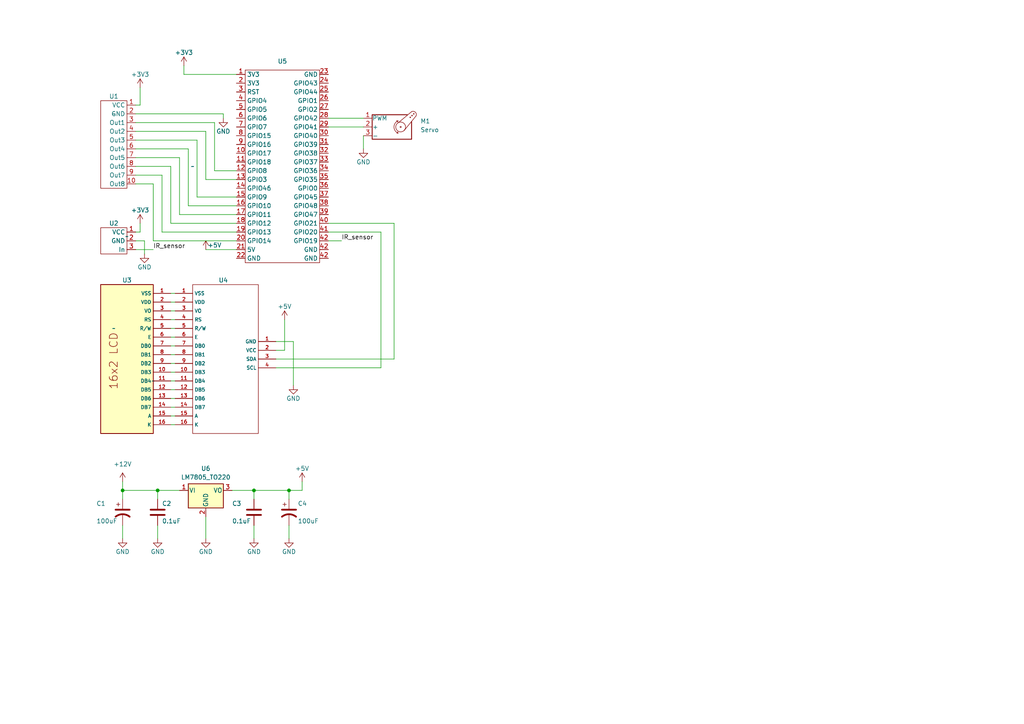
<source format=kicad_sch>
(kicad_sch (version 20230121) (generator eeschema)
  (paper "A4")
  (lib_symbols
    (symbol "Device:C" (pin_numbers hide) (pin_names (offset 0.254))
      (property "Reference" "C" (at 0.635 2.54 0))
      (property "Value" "C" (at 0.635 -2.54 0))
      (symbol "C_0_1"
        (polyline (pts (xy -2.032 -0.762) (xy 2.032 -0.762)) (stroke (width 0.508)))
        (polyline (pts (xy -2.032 0.762) (xy 2.032 0.762)) (stroke (width 0.508)))
      )
      (symbol "C_1_1"
        (pin passive line (at 0 3.81 270) (length 2.794) (name "~") (number "1"))
        (pin passive line (at 0 -3.81 90) (length 2.794) (name "~") (number "2"))
      )
    )
    (symbol "Device:C_Polarized_US" (pin_numbers hide) (pin_names (offset 0.254) hide)
      (property "Reference" "C" (at 0.635 2.54 0))
      (property "Value" "C_Polarized_US" (at 0.635 -2.54 0))
      (symbol "C_Polarized_US_0_1"
        (polyline (pts (xy -2.032 0.762) (xy 2.032 0.762)) (stroke (width 0.508)))
        (polyline (pts (xy -1.778 2.286) (xy -0.762 2.286)))
        (polyline (pts (xy -1.27 1.778) (xy -1.27 2.794)))
        (arc (start 2.032 -1.27) (mid 0 -0.5572) (end -2.032 -1.27) (stroke (width 0.508)))
      )
      (symbol "C_Polarized_US_1_1"
        (pin passive line (at 0 3.81 270) (length 2.794) (name "~") (number "1"))
        (pin passive line (at 0 -3.81 90) (length 3.302) (name "~") (number "2"))
      )
    )
    (symbol "Motor:Motor_Servo" (pin_names (offset 0.0254))
      (property "Reference" "M" (at -5.08 4.445 0))
      (property "Value" "Motor_Servo" (at -5.08 -4.064 0))
      (symbol "Motor_Servo_0_1"
        (polyline (pts (xy 2.413 -1.778) (xy 2.032 -1.778)))
        (polyline (pts (xy 2.413 -1.778) (xy 2.286 -1.397)))
        (polyline (pts (xy 2.413 1.778) (xy 1.905 1.778)))
        (polyline (pts (xy 2.413 1.778) (xy 2.286 1.397)))
        (polyline (pts (xy 6.35 4.445) (xy 2.54 1.27)))
        (polyline (pts (xy 7.62 3.175) (xy 4.191 -1.016)))
        (polyline (pts (xy 5.08 3.556) (xy -5.08 3.556) (xy -5.08 -3.556) (xy 6.35 -3.556) (xy 6.35 1.524)) (stroke (width 0.254)))
        (arc (start 2.413 1.778) (mid 1.2406 0) (end 2.413 -1.778))
        (circle (center 3.175 0) (radius 0.1778))
        (circle (center 3.175 0) (radius 1.4224))
        (circle (center 5.969 2.794) (radius 0.127))
        (circle (center 6.477 3.302) (radius 0.127))
        (circle (center 6.985 3.81) (radius 0.127))
        (arc (start 7.62 3.175) (mid 7.4485 4.2735) (end 6.35 4.445))
      )
      (symbol "Motor_Servo_1_1"
        (pin passive line (at -7.62 2.54 0) (length 2.54) (name "PWM") (number "1"))
        (pin passive line (at -7.62 0 0) (length 2.54) (name "+") (number "2"))
        (pin passive line (at -7.62 -2.54 0) (length 2.54) (name "-") (number "3"))
      )
    )
    (symbol "Regulator_Linear:LM7805_TO220" (pin_names (offset 0.254))
      (property "Reference" "U" (at -3.81 3.175 0))
      (property "Value" "LM7805_TO220" (at 0 3.175 0))
      (symbol "LM7805_TO220_0_1"
        (rectangle (start -5.08 1.905) (end 5.08 -5.08) (stroke (width 0.254)) (fill (type background)))
      )
      (symbol "LM7805_TO220_1_1"
        (pin power_in line (at -7.62 0 0) (length 2.54) (name "VI") (number "1"))
        (pin power_in line (at 0 -7.62 90) (length 2.54) (name "GND") (number "2"))
        (pin power_out line (at 7.62 0 180) (length 2.54) (name "VO") (number "3"))
      )
    )
    (symbol "Symbols:Darts_sensor"
      (property "Reference" "U" (at -1.27 12.7 0))
      (symbol "Darts_sensor_0_1"
        (rectangle (start -5.08 11.43) (end 2.54 -13.97))
      )
      (symbol "Darts_sensor_1_1"
        (pin power_out line (at 5.08 10.16 180) (length 2.54) (name "VCC") (number "1"))
        (pin output line (at 5.08 -12.7 180) (length 2.54) (name "Out8") (number "10"))
        (pin power_out line (at 5.08 7.62 180) (length 2.54) (name "GND") (number "2"))
        (pin output line (at 5.08 5.08 180) (length 2.54) (name "Out1") (number "3"))
        (pin output line (at 5.08 2.54 180) (length 2.54) (name "Out2") (number "4"))
        (pin output line (at 5.08 0 180) (length 2.54) (name "Out3") (number "5"))
        (pin output line (at 5.08 -2.54 180) (length 2.54) (name "Out4") (number "6"))
        (pin output line (at 5.08 -5.08 180) (length 2.54) (name "Out5") (number "7"))
        (pin output line (at 5.08 -7.62 180) (length 2.54) (name "Out6") (number "8"))
        (pin output line (at 5.08 -10.16 180) (length 2.54) (name "Out7") (number "9"))
      )
    )
    (symbol "Symbols:Esp32"
      (property "Reference" "U" (at -6.35 26.67 0))
      (symbol "Esp32_0_1"
        (rectangle (start -11.43 25.4) (end 10.16 -30.48))
      )
      (symbol "Esp32_1_1"
        (pin power_out line (at -13.97 24.13 0) (length 2.54) (name "3V3") (number "1"))
        (pin bidirectional line (at -13.97 1.27 0) (length 2.54) (name "GPIO17") (number "10"))
        (pin bidirectional line (at -13.97 -1.27 0) (length 2.54) (name "GPIO18") (number "11"))
        (pin bidirectional line (at -13.97 -3.81 0) (length 2.54) (name "GPIO8") (number "12"))
        (pin bidirectional line (at -13.97 -6.35 0) (length 2.54) (name "GPIO3") (number "13"))
        (pin bidirectional line (at -13.97 -8.89 0) (length 2.54) (name "GPIO46") (number "14"))
        (pin bidirectional line (at -13.97 -11.43 0) (length 2.54) (name "GPIO9") (number "15"))
        (pin bidirectional line (at -13.97 -13.97 0) (length 2.54) (name "GPIO10") (number "16"))
        (pin bidirectional line (at -13.97 -16.51 0) (length 2.54) (name "GPIO11") (number "17"))
        (pin bidirectional line (at -13.97 -19.05 0) (length 2.54) (name "GPIO12") (number "18"))
        (pin bidirectional line (at -13.97 -21.59 0) (length 2.54) (name "GPIO13") (number "19"))
        (pin power_out line (at -13.97 21.59 0) (length 2.54) (name "3V3") (number "2"))
        (pin bidirectional line (at -13.97 -24.13 0) (length 2.54) (name "GPIO14") (number "20"))
        (pin power_out line (at -13.97 -26.67 0) (length 2.54) (name "5V") (number "21"))
        (pin power_out line (at -13.97 -29.21 0) (length 2.54) (name "GND") (number "22"))
        (pin power_out line (at 12.7 24.13 180) (length 2.54) (name "GND") (number "23"))
        (pin bidirectional line (at 12.7 21.59 180) (length 2.54) (name "GPIO43") (number "24"))
        (pin bidirectional line (at 12.7 19.05 180) (length 2.54) (name "GPIO44") (number "25"))
        (pin bidirectional line (at 12.7 16.51 180) (length 2.54) (name "GPIO1") (number "26"))
        (pin bidirectional line (at 12.7 13.97 180) (length 2.54) (name "GPIO2") (number "27"))
        (pin bidirectional line (at 12.7 11.43 180) (length 2.54) (name "GPIO42") (number "28"))
        (pin bidirectional line (at 12.7 8.89 180) (length 2.54) (name "GPIO41") (number "29"))
        (pin bidirectional line (at -13.97 19.05 0) (length 2.54) (name "RST") (number "3"))
        (pin bidirectional line (at 12.7 6.35 180) (length 2.54) (name "GPIO40") (number "30"))
        (pin bidirectional line (at 12.7 3.81 180) (length 2.54) (name "GPIO39") (number "31"))
        (pin bidirectional line (at 12.7 1.27 180) (length 2.54) (name "GPIO38") (number "32"))
        (pin bidirectional line (at 12.7 -1.27 180) (length 2.54) (name "GPIO37") (number "33"))
        (pin bidirectional line (at 12.7 -3.81 180) (length 2.54) (name "GPIO36") (number "34"))
        (pin bidirectional line (at 12.7 -6.35 180) (length 2.54) (name "GPIO35") (number "35"))
        (pin bidirectional line (at 12.7 -8.89 180) (length 2.54) (name "GPIO0") (number "36"))
        (pin bidirectional line (at 12.7 -11.43 180) (length 2.54) (name "GPIO45") (number "37"))
        (pin bidirectional line (at 12.7 -13.97 180) (length 2.54) (name "GPIO48") (number "38"))
        (pin bidirectional line (at 12.7 -16.51 180) (length 2.54) (name "GPIO47") (number "39"))
        (pin bidirectional line (at -13.97 16.51 0) (length 2.54) (name "GPIO4") (number "4"))
        (pin bidirectional line (at 12.7 -19.05 180) (length 2.54) (name "GPIO21") (number "40"))
        (pin bidirectional line (at 12.7 -21.59 180) (length 2.54) (name "GPIO20") (number "41"))
        (pin power_out line (at 12.7 -29.21 180) (length 2.54) (name "GND") (number "42"))
        (pin power_out line (at 12.7 -26.67 180) (length 2.54) (name "GND") (number "42"))
        (pin bidirectional line (at 12.7 -24.13 180) (length 2.54) (name "GPIO19") (number "42"))
        (pin bidirectional line (at -13.97 13.97 0) (length 2.54) (name "GPIO5") (number "5"))
        (pin bidirectional line (at -13.97 11.43 0) (length 2.54) (name "GPIO6") (number "6"))
        (pin bidirectional line (at -13.97 8.89 0) (length 2.54) (name "GPIO7") (number "7"))
        (pin bidirectional line (at -13.97 6.35 0) (length 2.54) (name "GPIO15") (number "8"))
        (pin bidirectional line (at -13.97 3.81 0) (length 2.54) (name "GPIO16") (number "9"))
      )
    )
    (symbol "Symbols:I2C_adapter"
      (property "Reference" "U" (at -36.83 31.75 0))
      (symbol "I2C_adapter_0_0"
        (pin power_in line (at -12.7 21.59 0) (length 5.08) (name "VSS") (number "1"))
        (pin bidirectional line (at -12.7 -1.27 0) (length 5.08) (name "DB3") (number "10"))
        (pin bidirectional line (at -12.7 -3.81 0) (length 5.08) (name "DB4") (number "11"))
        (pin bidirectional line (at -12.7 -6.35 0) (length 5.08) (name "DB5") (number "12"))
        (pin bidirectional line (at -12.7 -8.89 0) (length 5.08) (name "DB6") (number "13"))
        (pin bidirectional line (at -12.7 -11.43 0) (length 5.08) (name "DB7") (number "14"))
        (pin power_in line (at -12.7 -13.97 0) (length 5.08) (name "A") (number "15"))
        (pin power_in line (at -12.7 -16.51 0) (length 5.08) (name "K") (number "16"))
        (pin power_in line (at -12.7 19.05 0) (length 5.08) (name "VDD") (number "2"))
        (pin bidirectional line (at -12.7 16.51 0) (length 5.08) (name "VO") (number "3"))
        (pin input line (at -12.7 13.97 0) (length 5.08) (name "RS") (number "4"))
        (pin input line (at -12.7 11.43 0) (length 5.08) (name "R/W") (number "5"))
        (pin input line (at -12.7 8.89 0) (length 5.08) (name "E") (number "6"))
        (pin bidirectional line (at -12.7 6.35 0) (length 5.08) (name "DB0") (number "7"))
        (pin bidirectional line (at -12.7 3.81 0) (length 5.08) (name "DB1") (number "8"))
        (pin bidirectional line (at -12.7 1.27 0) (length 5.08) (name "DB2") (number "9"))
      )
      (symbol "I2C_adapter_1_0"
        (rectangle (start -7.62 24.13) (end 11.43 -19.05))
        (pin power_out line (at 16.51 7.62 180) (length 5.08) (name "GND") (number "1"))
        (pin power_out line (at 16.51 5.08 180) (length 5.08) (name "VCC") (number "2"))
        (pin bidirectional line (at 16.51 2.54 180) (length 5.08) (name "SDA") (number "3"))
        (pin bidirectional line (at 16.51 0 180) (length 5.08) (name "SCL") (number "4"))
      )
    )
    (symbol "Symbols:IR_receiver"
      (property "Reference" "U" (at -3.81 3.81 0))
      (symbol "IR_receiver_0_1"
        (rectangle (start -7.62 2.54) (end 0 -5.08))
      )
      (symbol "IR_receiver_1_1"
        (pin power_out line (at 2.54 1.27 180) (length 2.54) (name "VCC") (number "1"))
        (pin power_out line (at 2.54 -1.27 180) (length 2.54) (name "GND") (number "2"))
        (pin bidirectional line (at 2.54 -3.81 180) (length 2.54) (name "In") (number "3"))
      )
    )
    (symbol "Symbols:LCD"
      (property "Reference" "U" (at -5.08 19.05 0))
      (symbol "LCD_0_0"
        (rectangle (start -7.62 17.78) (end 7.62 -25.4) (stroke (width 0.254)) (fill (type background)))
        (text "16x2 LCD" (at -2.54 -12.7 900) (effects (font (size 2.286 2.286)) (justify left bottom)))
      )
      (symbol "LCD_1_0"
        (pin power_in line (at 12.7 15.24 180) (length 5.08) (name "VSS") (number "1"))
        (pin bidirectional line (at 12.7 -7.62 180) (length 5.08) (name "DB3") (number "10"))
        (pin bidirectional line (at 12.7 -10.16 180) (length 5.08) (name "DB4") (number "11"))
        (pin bidirectional line (at 12.7 -12.7 180) (length 5.08) (name "DB5") (number "12"))
        (pin bidirectional line (at 12.7 -15.24 180) (length 5.08) (name "DB6") (number "13"))
        (pin bidirectional line (at 12.7 -17.78 180) (length 5.08) (name "DB7") (number "14"))
        (pin power_in line (at 12.7 -20.32 180) (length 5.08) (name "A") (number "15"))
        (pin power_in line (at 12.7 -22.86 180) (length 5.08) (name "K") (number "16"))
        (pin power_in line (at 12.7 12.7 180) (length 5.08) (name "VDD") (number "2"))
        (pin bidirectional line (at 12.7 10.16 180) (length 5.08) (name "VO") (number "3"))
        (pin input line (at 12.7 7.62 180) (length 5.08) (name "RS") (number "4"))
        (pin input line (at 12.7 5.08 180) (length 5.08) (name "R/W") (number "5"))
        (pin input line (at 12.7 2.54 180) (length 5.08) (name "E") (number "6"))
        (pin bidirectional line (at 12.7 0 180) (length 5.08) (name "DB0") (number "7"))
        (pin bidirectional line (at 12.7 -2.54 180) (length 5.08) (name "DB1") (number "8"))
        (pin bidirectional line (at 12.7 -5.08 180) (length 5.08) (name "DB2") (number "9"))
      )
    )
    (symbol "power:+12V" (power) (pin_names (offset 0))
      (property "Value" "+12V" (at 0 3.556 0))
      (symbol "+12V_0_1"
        (polyline (pts (xy -0.762 1.27) (xy 0 2.54)))
        (polyline (pts (xy 0 0) (xy 0 2.54)))
        (polyline (pts (xy 0 2.54) (xy 0.762 1.27)))
      )
      (symbol "+12V_1_1"
        (pin power_in line (at 0 0 90) (length 0) hide (name "+12V") (number "1"))
      )
    )
    (symbol "power:+3V3" (power) (pin_names (offset 0))
      (property "Value" "+3V3" (at 0 3.556 0))
      (symbol "+3V3_0_1"
        (polyline (pts (xy -0.762 1.27) (xy 0 2.54)))
        (polyline (pts (xy 0 0) (xy 0 2.54)))
        (polyline (pts (xy 0 2.54) (xy 0.762 1.27)))
      )
      (symbol "+3V3_1_1"
        (pin power_in line (at 0 0 90) (length 0) hide (name "+3V3") (number "1"))
      )
    )
    (symbol "power:+5V" (power) (pin_names (offset 0))
      (property "Value" "+5V" (at 0 3.556 0))
      (symbol "+5V_0_1"
        (polyline (pts (xy -0.762 1.27) (xy 0 2.54)))
        (polyline (pts (xy 0 0) (xy 0 2.54)))
        (polyline (pts (xy 0 2.54) (xy 0.762 1.27)))
      )
      (symbol "+5V_1_1"
        (pin power_in line (at 0 0 90) (length 0) hide (name "+5V") (number "1"))
      )
    )
    (symbol "power:GND" (power) (pin_names (offset 0))
      (property "Value" "GND" (at 0 -3.81 0))
      (symbol "GND_0_1"
        (polyline (pts (xy 0 0) (xy 0 -1.27) (xy 1.27 -1.27) (xy 0 -2.54) (xy -1.27 -1.27) (xy 0 -1.27)))
      )
      (symbol "GND_1_1"
        (pin power_in line (at 0 0 270) (length 0) hide (name "GND") (number "1"))
      )
    )
  )
  (junction (at 73.66 142.24))
  (junction (at 83.82 142.24))
  (junction (at 45.72 142.24))
  (junction (at 35.56 142.24))
  (wire (pts (xy 83.82 152.4) (xy 83.82 156.21)))
  (wire (pts (xy 52.07 142.24) (xy 45.72 142.24)))
  (wire (pts (xy 64.77 33.02) (xy 64.77 34.29)))
  (wire (pts (xy 62.23 35.56) (xy 62.23 49.53)))
  (wire (pts (xy 50.8 95.25) (xy 49.53 95.25)))
  (wire (pts (xy 95.25 67.31) (xy 110.49 67.31)))
  (wire (pts (xy 59.69 149.86) (xy 59.69 156.21)))
  (wire (pts (xy 40.64 30.48) (xy 40.64 25.4)))
  (wire (pts (xy 45.72 142.24) (xy 35.56 142.24)))
  (wire (pts (xy 39.37 40.64) (xy 57.15 40.64)))
  (wire (pts (xy 54.61 59.69) (xy 68.58 59.69)))
  (wire (pts (xy 80.01 101.6) (xy 82.55 101.6)))
  (wire (pts (xy 49.53 64.77) (xy 68.58 64.77)))
  (wire (pts (xy 114.3 64.77) (xy 114.3 104.14)))
  (wire (pts (xy 50.8 105.41) (xy 49.53 105.41)))
  (wire (pts (xy 83.82 142.24) (xy 73.66 142.24)))
  (wire (pts (xy 68.58 52.07) (xy 59.69 52.07)))
  (wire (pts (xy 73.66 142.24) (xy 67.31 142.24)))
  (wire (pts (xy 39.37 30.48) (xy 40.64 30.48)))
  (wire (pts (xy 39.37 38.1) (xy 59.69 38.1)))
  (wire (pts (xy 49.53 48.26) (xy 49.53 64.77)))
  (wire (pts (xy 50.8 118.11) (xy 49.53 118.11)))
  (wire (pts (xy 39.37 48.26) (xy 49.53 48.26)))
  (wire (pts (xy 54.61 43.18) (xy 54.61 59.69)))
  (wire (pts (xy 39.37 45.72) (xy 52.07 45.72)))
  (wire (pts (xy 39.37 33.02) (xy 64.77 33.02)))
  (wire (pts (xy 50.8 100.33) (xy 49.53 100.33)))
  (wire (pts (xy 50.8 107.95) (xy 49.53 107.95)))
  (wire (pts (xy 35.56 152.4) (xy 35.56 156.21)))
  (wire (pts (xy 82.55 101.6) (xy 82.55 92.71)))
  (wire (pts (xy 62.23 49.53) (xy 68.58 49.53)))
  (wire (pts (xy 39.37 67.31) (xy 40.64 67.31)))
  (wire (pts (xy 39.37 35.56) (xy 62.23 35.56)))
  (wire (pts (xy 46.99 50.8) (xy 46.99 67.31)))
  (wire (pts (xy 50.8 97.79) (xy 49.53 97.79)))
  (wire (pts (xy 46.99 67.31) (xy 68.58 67.31)))
  (wire (pts (xy 50.8 92.71) (xy 49.53 92.71)))
  (wire (pts (xy 73.66 142.24) (xy 73.66 144.78)))
  (wire (pts (xy 85.09 99.06) (xy 85.09 111.76)))
  (wire (pts (xy 53.34 19.05) (xy 53.34 21.59)))
  (wire (pts (xy 59.69 52.07) (xy 59.69 38.1)))
  (wire (pts (xy 44.45 69.85) (xy 68.58 69.85)))
  (wire (pts (xy 39.37 53.34) (xy 44.45 53.34)))
  (wire (pts (xy 50.8 102.87) (xy 49.53 102.87)))
  (wire (pts (xy 114.3 104.14) (xy 80.01 104.14)))
  (wire (pts (xy 95.25 36.83) (xy 105.41 36.83)))
  (wire (pts (xy 110.49 67.31) (xy 110.49 106.68)))
  (wire (pts (xy 39.37 72.39) (xy 44.45 72.39)))
  (wire (pts (xy 95.25 34.29) (xy 105.41 34.29)))
  (wire (pts (xy 83.82 142.24) (xy 83.82 144.78)))
  (wire (pts (xy 50.8 113.03) (xy 49.53 113.03)))
  (wire (pts (xy 50.8 87.63) (xy 49.53 87.63)))
  (wire (pts (xy 45.72 142.24) (xy 45.72 144.78)))
  (wire (pts (xy 35.56 142.24) (xy 35.56 144.78)))
  (wire (pts (xy 50.8 123.19) (xy 49.53 123.19)))
  (wire (pts (xy 35.56 142.24) (xy 35.56 139.7)))
  (wire (pts (xy 57.15 57.15) (xy 68.58 57.15)))
  (wire (pts (xy 87.63 139.7) (xy 87.63 142.24)))
  (wire (pts (xy 41.91 69.85) (xy 41.91 73.66)))
  (wire (pts (xy 57.15 40.64) (xy 57.15 57.15)))
  (wire (pts (xy 95.25 69.85) (xy 99.06 69.85)))
  (wire (pts (xy 50.8 85.09) (xy 49.53 85.09)))
  (wire (pts (xy 73.66 152.4) (xy 73.66 156.21)))
  (wire (pts (xy 95.25 64.77) (xy 114.3 64.77)))
  (wire (pts (xy 40.64 67.31) (xy 40.64 64.77)))
  (wire (pts (xy 68.58 21.59) (xy 53.34 21.59)))
  (wire (pts (xy 52.07 62.23) (xy 52.07 45.72)))
  (wire (pts (xy 68.58 62.23) (xy 52.07 62.23)))
  (wire (pts (xy 39.37 43.18) (xy 54.61 43.18)))
  (wire (pts (xy 50.8 110.49) (xy 49.53 110.49)))
  (wire (pts (xy 44.45 53.34) (xy 44.45 69.85)))
  (wire (pts (xy 39.37 50.8) (xy 46.99 50.8)))
  (wire (pts (xy 39.37 69.85) (xy 41.91 69.85)))
  (wire (pts (xy 45.72 152.4) (xy 45.72 156.21)))
  (wire (pts (xy 50.8 120.65) (xy 49.53 120.65)))
  (wire (pts (xy 50.8 115.57) (xy 49.53 115.57)))
  (wire (pts (xy 50.8 90.17) (xy 49.53 90.17)))
  (wire (pts (xy 87.63 142.24) (xy 83.82 142.24)))
  (wire (pts (xy 59.69 72.39) (xy 68.58 72.39)))
  (wire (pts (xy 80.01 99.06) (xy 85.09 99.06)))
  (wire (pts (xy 110.49 106.68) (xy 80.01 106.68)))
  (wire (pts (xy 105.41 39.37) (xy 105.41 43.18)))
  (label "IR_sensor" (at 44.45 72.39 0))
  (label "IR_sensor" (at 99.06 69.85 0))
  (symbol (lib_id "Device:C_Polarized_US") (at 35.56 148.59 0) (unit 1)
    (property "Reference" "C1" (at 27.94 146.05 0) (effects (justify left)))
    (property "Value" "100uF" (at 27.94 151.13 0) (effects (justify left)))
  )
  (symbol (lib_id "power:+3V3") (at 53.34 19.05 0) (unit 1)
    (property "Reference" "#PWR03" (effects hide))
    (property "Value" "+3V3" (at 53.34 15.24 0))
  )
  (symbol (lib_id "power:GND") (at 105.41 43.18 0) (unit 1)
    (property "Reference" "#PWR09" (effects hide))
    (property "Value" "GND" (at 105.41 46.99 0))
  )
  (symbol (lib_id "power:GND") (at 64.77 34.29 0) (unit 1)
    (property "Reference" "#PWR01" (effects hide))
    (property "Value" "GND" (at 64.77 38.1 0))
  )
  (symbol (lib_id "power:+3V3") (at 40.64 25.4 0) (unit 1)
    (property "Reference" "#PWR02" (effects hide))
    (property "Value" "+3V3" (at 40.64 21.59 0))
  )
  (symbol (lib_id "power:GND") (at 85.09 111.76 0) (unit 1)
    (property "Reference" "#PWR06" (effects hide))
    (property "Value" "GND" (at 85.09 115.57 0))
  )
  (symbol (lib_id "power:GND") (at 59.69 156.21 0) (unit 1)
    (property "Reference" "#PWR016" (effects hide))
    (property "Value" "GND" (at 59.69 160.02 0))
  )
  (symbol (lib_id "power:GND") (at 35.56 156.21 0) (unit 1)
    (property "Reference" "#PWR011" (effects hide))
    (property "Value" "GND" (at 35.56 160.02 0))
  )
  (symbol (lib_id "power:+5V") (at 59.69 72.39 0) (unit 1)
    (property "Reference" "#PWR08" (effects hide))
    (property "Value" "+5V" (at 62.23 71.12 0))
  )
  (symbol (lib_id "power:+5V") (at 87.63 139.7 0) (unit 1)
    (property "Reference" "#PWR015" (effects hide))
    (property "Value" "+5V" (at 87.63 135.89 0))
  )
  (symbol (lib_id "Symbols:LCD") (at 36.83 100.33 0) (unit 1)
    (property "Reference" "U3" (at 36.83 81.28 0))
    (property "Value" "~" (at 33.02 95.25 0))
  )
  (symbol (lib_id "Motor:Motor_Servo") (at 113.03 36.83 0) (unit 1)
    (property "Reference" "M1" (at 121.92 35.1266 0) (effects (justify left)))
    (property "Value" "Servo" (at 121.92 37.6666 0) (effects (justify left)))
    (property "Datasheet" "http://forums.parallax.com/uploads/attachments/46831/74481.png" (effects hide))
  )
  (symbol (lib_id "Device:C") (at 45.72 148.59 0) (unit 1)
    (property "Reference" "C2" (at 46.99 146.05 0) (effects (justify left)))
    (property "Value" "0.1uF" (at 46.99 151.13 0) (effects (justify left)))
  )
  (symbol (lib_id "Device:C") (at 73.66 148.59 0) (unit 1)
    (property "Reference" "C3" (at 67.31 146.05 0) (effects (justify left)))
    (property "Value" "0.1uF" (at 67.31 151.13 0) (effects (justify left)))
  )
  (symbol (lib_id "Device:C_Polarized_US") (at 83.82 148.59 0) (unit 1)
    (property "Reference" "C4" (at 86.36 146.05 0) (effects (justify left)))
    (property "Value" "100uF" (at 86.36 151.13 0) (effects (justify left)))
  )
  (symbol (lib_id "power:+12V") (at 35.56 139.7 0) (unit 1)
    (property "Reference" "#PWR010" (effects hide))
    (property "Value" "+12V" (at 35.56 134.62 0))
  )
  (symbol (lib_id "power:GND") (at 45.72 156.21 0) (unit 1)
    (property "Reference" "#PWR012" (effects hide))
    (property "Value" "GND" (at 45.72 160.02 0))
  )
  (symbol (lib_id "power:GND") (at 83.82 156.21 0) (unit 1)
    (property "Reference" "#PWR013" (effects hide))
    (property "Value" "GND" (at 83.82 160.02 0))
  )
  (symbol (lib_id "power:+5V") (at 82.55 92.71 0) (unit 1)
    (property "Reference" "#PWR07" (effects hide))
    (property "Value" "+5V" (at 82.55 88.9 0))
  )
  (symbol (lib_id "power:GND") (at 73.66 156.21 0) (unit 1)
    (property "Reference" "#PWR014" (effects hide))
    (property "Value" "GND" (at 73.66 160.02 0))
  )
  (symbol (lib_id "Symbols:IR_receiver") (at 36.83 68.58 0) (unit 1)
    (property "Reference" "U2" (at 33.02 64.77 0))
    (property "Value" "~" (at 36.83 68.58 0))
  )
  (symbol (lib_id "power:GND") (at 41.91 73.66 0) (unit 1)
    (property "Reference" "#PWR05" (effects hide))
    (property "Value" "GND" (at 41.91 77.47 0))
  )
  (symbol (lib_id "Symbols:Esp32") (at 82.55 45.72 0) (unit 1)
    (property "Reference" "U5" (at 81.915 17.78 0))
    (property "Value" "~" (at 55.88 48.26 0))
  )
  (symbol (lib_id "Symbols:I2C_adapter") (at 63.5 106.68 0) (unit 1)
    (property "Reference" "U4" (at 64.77 81.28 0))
    (property "Value" "~" (at 44.45 110.49 0))
  )
  (symbol (lib_id "power:+3V3") (at 40.64 64.77 0) (unit 1)
    (property "Reference" "#PWR04" (effects hide))
    (property "Value" "+3V3" (at 40.64 60.96 0))
  )
  (symbol (lib_id "Regulator_Linear:LM7805_TO220") (at 59.69 142.24 0) (unit 1)
    (property "Reference" "U6" (at 59.69 135.89 0))
    (property "Value" "LM7805_TO220" (at 59.69 138.43 0))
    (property "Footprint" "Package_TO_SOT_THT:TO-220-3_Vertical" (effects hide))
    (property "Datasheet" "https://www.onsemi.cn/PowerSolutions/document/MC7800-D.PDF" (effects hide))
  )
  (symbol (lib_id "Symbols:Darts_sensor") (at 34.29 40.64 0) (unit 1)
    (property "Reference" "U1" (at 33.02 27.94 0))
    (property "Value" "~" (at 33.02 33.02 0))
  )
)
</source>
